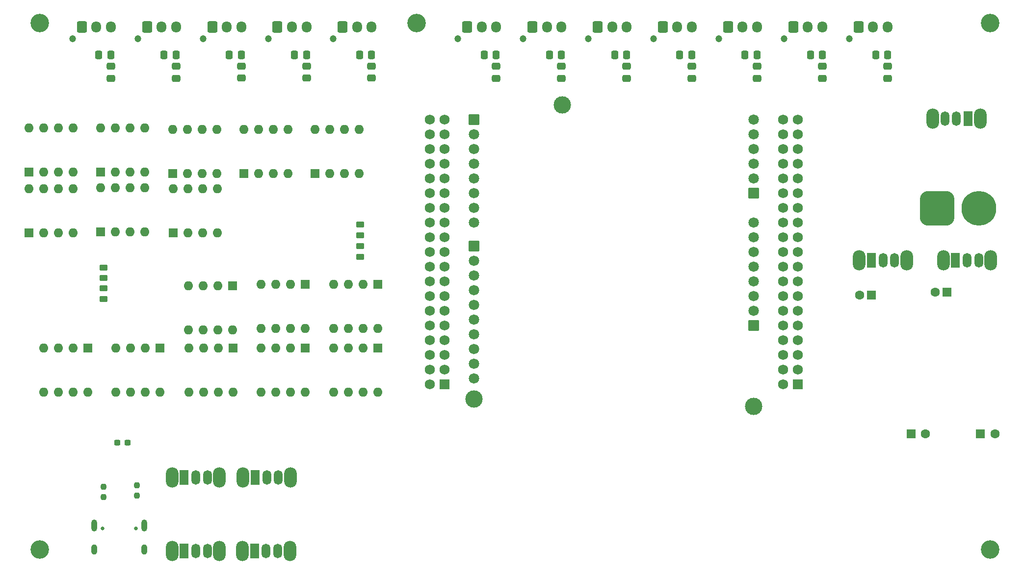
<source format=gbr>
%TF.GenerationSoftware,KiCad,Pcbnew,8.0.5*%
%TF.CreationDate,2024-10-01T19:03:58-07:00*%
%TF.ProjectId,MRIRobot_PCB,4d524952-6f62-46f7-945f-5043422e6b69,rev?*%
%TF.SameCoordinates,Original*%
%TF.FileFunction,Soldermask,Bot*%
%TF.FilePolarity,Negative*%
%FSLAX46Y46*%
G04 Gerber Fmt 4.6, Leading zero omitted, Abs format (unit mm)*
G04 Created by KiCad (PCBNEW 8.0.5) date 2024-10-01 19:03:58*
%MOMM*%
%LPD*%
G01*
G04 APERTURE LIST*
G04 Aperture macros list*
%AMRoundRect*
0 Rectangle with rounded corners*
0 $1 Rounding radius*
0 $2 $3 $4 $5 $6 $7 $8 $9 X,Y pos of 4 corners*
0 Add a 4 corners polygon primitive as box body*
4,1,4,$2,$3,$4,$5,$6,$7,$8,$9,$2,$3,0*
0 Add four circle primitives for the rounded corners*
1,1,$1+$1,$2,$3*
1,1,$1+$1,$4,$5*
1,1,$1+$1,$6,$7*
1,1,$1+$1,$8,$9*
0 Add four rect primitives between the rounded corners*
20,1,$1+$1,$2,$3,$4,$5,0*
20,1,$1+$1,$4,$5,$6,$7,0*
20,1,$1+$1,$6,$7,$8,$9,0*
20,1,$1+$1,$8,$9,$2,$3,0*%
G04 Aperture macros list end*
%ADD10C,1.200000*%
%ADD11RoundRect,0.250000X-0.600000X-0.725000X0.600000X-0.725000X0.600000X0.725000X-0.600000X0.725000X0*%
%ADD12O,1.700000X1.950000*%
%ADD13R,1.600000X1.600000*%
%ADD14O,1.600000X1.600000*%
%ADD15O,2.200000X3.500000*%
%ADD16R,1.500000X2.500000*%
%ADD17O,1.500000X2.500000*%
%ADD18C,1.600000*%
%ADD19C,3.200000*%
%ADD20C,3.000000*%
%ADD21RoundRect,0.102000X0.802500X0.802500X-0.802500X0.802500X-0.802500X-0.802500X0.802500X-0.802500X0*%
%ADD22C,1.809000*%
%ADD23RoundRect,0.102000X0.765000X0.765000X-0.765000X0.765000X-0.765000X-0.765000X0.765000X-0.765000X0*%
%ADD24C,1.734000*%
%ADD25RoundRect,1.500000X-1.500000X-1.500000X1.500000X-1.500000X1.500000X1.500000X-1.500000X1.500000X0*%
%ADD26C,6.000000*%
%ADD27C,0.650000*%
%ADD28O,1.000000X2.100000*%
%ADD29O,1.000000X1.800000*%
%ADD30RoundRect,0.250000X0.475000X-0.337500X0.475000X0.337500X-0.475000X0.337500X-0.475000X-0.337500X0*%
%ADD31RoundRect,0.250000X0.337500X0.475000X-0.337500X0.475000X-0.337500X-0.475000X0.337500X-0.475000X0*%
%ADD32RoundRect,0.237500X0.237500X-0.250000X0.237500X0.250000X-0.237500X0.250000X-0.237500X-0.250000X0*%
%ADD33RoundRect,0.250000X-0.450000X0.262500X-0.450000X-0.262500X0.450000X-0.262500X0.450000X0.262500X0*%
%ADD34RoundRect,0.237500X-0.300000X-0.237500X0.300000X-0.237500X0.300000X0.237500X-0.300000X0.237500X0*%
%ADD35RoundRect,0.250000X0.450000X-0.262500X0.450000X0.262500X-0.450000X0.262500X-0.450000X-0.262500X0*%
G04 APERTURE END LIST*
D10*
%TO.C,J3*%
X86150000Y-74750000D03*
D11*
X87750000Y-72750000D03*
D12*
X90250000Y-72750000D03*
X92750000Y-72750000D03*
%TD*%
D13*
%TO.C,U18*%
X80950000Y-98050000D03*
D14*
X83490000Y-98050000D03*
X86030000Y-98050000D03*
X88570000Y-98050000D03*
X88570000Y-90430000D03*
X86030000Y-90430000D03*
X83490000Y-90430000D03*
X80950000Y-90430000D03*
%TD*%
D13*
%TO.C,U13*%
X116300000Y-128200000D03*
D14*
X113760000Y-128200000D03*
X111220000Y-128200000D03*
X108680000Y-128200000D03*
X108680000Y-135820000D03*
X111220000Y-135820000D03*
X113760000Y-135820000D03*
X116300000Y-135820000D03*
%TD*%
D15*
%TO.C,SW4*%
X80800000Y-150500000D03*
X89000000Y-150500000D03*
D16*
X82900000Y-150500000D03*
D17*
X84900000Y-150500000D03*
X86900000Y-150500000D03*
%TD*%
D13*
%TO.C,U14*%
X116300000Y-117200000D03*
D14*
X113760000Y-117200000D03*
X111220000Y-117200000D03*
X108680000Y-117200000D03*
X108680000Y-124820000D03*
X111220000Y-124820000D03*
X113760000Y-124820000D03*
X116300000Y-124820000D03*
%TD*%
D15*
%TO.C,SW2*%
X213900000Y-113000000D03*
X222100000Y-113000000D03*
D16*
X216000000Y-113000000D03*
D17*
X218000000Y-113000000D03*
X220000000Y-113000000D03*
%TD*%
D13*
%TO.C,U10*%
X91300000Y-128200000D03*
D14*
X88760000Y-128200000D03*
X86220000Y-128200000D03*
X83680000Y-128200000D03*
X83680000Y-135820000D03*
X86220000Y-135820000D03*
X88760000Y-135820000D03*
X91300000Y-135820000D03*
%TD*%
D15*
%TO.C,SW7*%
X220250000Y-88500000D03*
X212050000Y-88500000D03*
D16*
X218150000Y-88500000D03*
D17*
X216150000Y-88500000D03*
X214150000Y-88500000D03*
%TD*%
D13*
%TO.C,C11*%
X220317621Y-143000000D03*
D18*
X222817621Y-143000000D03*
%TD*%
D13*
%TO.C,C3*%
X214500000Y-118500000D03*
D18*
X212500000Y-118500000D03*
%TD*%
D10*
%TO.C,J2*%
X74900000Y-74750000D03*
D11*
X76500000Y-72750000D03*
D12*
X79000000Y-72750000D03*
X81500000Y-72750000D03*
%TD*%
D15*
%TO.C,SW3*%
X93050000Y-150500000D03*
X101250000Y-150500000D03*
D16*
X95150000Y-150500000D03*
D17*
X97150000Y-150500000D03*
X99150000Y-150500000D03*
%TD*%
D13*
%TO.C,U8*%
X78750000Y-128130000D03*
D14*
X76210000Y-128130000D03*
X73670000Y-128130000D03*
X71130000Y-128130000D03*
X71130000Y-135750000D03*
X73670000Y-135750000D03*
X76210000Y-135750000D03*
X78750000Y-135750000D03*
%TD*%
D19*
%TO.C,H5*%
X123000000Y-72000000D03*
%TD*%
D20*
%TO.C,U1*%
X181130000Y-138270000D03*
X148110000Y-86200000D03*
X132870000Y-137000000D03*
D21*
X132870000Y-110580000D03*
D22*
X132870000Y-113120000D03*
X132870000Y-115660000D03*
X132870000Y-118200000D03*
X132870000Y-120740000D03*
X132870000Y-123280000D03*
X132870000Y-125820000D03*
X132870000Y-128360000D03*
X132870000Y-130900000D03*
X132870000Y-133440000D03*
D21*
X181130000Y-124300000D03*
D22*
X181130000Y-121760000D03*
X181130000Y-119220000D03*
X181130000Y-116680000D03*
X181130000Y-114140000D03*
X181130000Y-111600000D03*
X181130000Y-109060000D03*
X181130000Y-106520000D03*
D23*
X188750000Y-134460000D03*
D24*
X186210000Y-134460000D03*
X188750000Y-131920000D03*
X186210000Y-131920000D03*
X188750000Y-129380000D03*
X186210000Y-129380000D03*
X188750000Y-126840000D03*
X186210000Y-126840000D03*
X188750000Y-124300000D03*
X186210000Y-124300000D03*
X188750000Y-121760000D03*
X186210000Y-121760000D03*
X188750000Y-119220000D03*
X186210000Y-119220000D03*
X188750000Y-116680000D03*
X186210000Y-116680000D03*
X188750000Y-114140000D03*
X186210000Y-114140000D03*
X188750000Y-111600000D03*
X186210000Y-111600000D03*
X188750000Y-109060000D03*
X186210000Y-109060000D03*
X188750000Y-106520000D03*
X186210000Y-106520000D03*
X188750000Y-103980000D03*
X186210000Y-103980000D03*
X188750000Y-101440000D03*
X186210000Y-101440000D03*
X188750000Y-98900000D03*
X186210000Y-98900000D03*
X188750000Y-96360000D03*
X186210000Y-96360000D03*
X188750000Y-93820000D03*
X186210000Y-93820000D03*
X188750000Y-91280000D03*
X186210000Y-91280000D03*
X188750000Y-88740000D03*
X186210000Y-88740000D03*
D21*
X181130000Y-101440000D03*
D22*
X181130000Y-98900000D03*
X181130000Y-96360000D03*
X181130000Y-93820000D03*
X181130000Y-91280000D03*
X181130000Y-88740000D03*
D21*
X132870000Y-88740000D03*
D22*
X132870000Y-91280000D03*
X132870000Y-93820000D03*
X132870000Y-96360000D03*
X132870000Y-98900000D03*
X132870000Y-101440000D03*
X132870000Y-103980000D03*
X132870000Y-106520000D03*
D23*
X127790000Y-134460000D03*
D24*
X125250000Y-134460000D03*
X127790000Y-131920000D03*
X125250000Y-131920000D03*
X127790000Y-129380000D03*
X125250000Y-129380000D03*
X127790000Y-126840000D03*
X125250000Y-126840000D03*
X127790000Y-124300000D03*
X125250000Y-124300000D03*
X127790000Y-121760000D03*
X125250000Y-121760000D03*
X127790000Y-119220000D03*
X125250000Y-119220000D03*
X127790000Y-116680000D03*
X125250000Y-116680000D03*
X127790000Y-114140000D03*
X125250000Y-114140000D03*
X127790000Y-111600000D03*
X125250000Y-111600000D03*
X127790000Y-109060000D03*
X125250000Y-109060000D03*
X127790000Y-106520000D03*
X125250000Y-106520000D03*
X127790000Y-103980000D03*
X125250000Y-103980000D03*
X127790000Y-101440000D03*
X125250000Y-101440000D03*
X127790000Y-98900000D03*
X125250000Y-98900000D03*
X127790000Y-96360000D03*
X125250000Y-96360000D03*
X127790000Y-93820000D03*
X125250000Y-93820000D03*
X127790000Y-91280000D03*
X125250000Y-91280000D03*
X127790000Y-88740000D03*
X125250000Y-88740000D03*
%TD*%
D13*
%TO.C,U15*%
X105450000Y-98050000D03*
D14*
X107990000Y-98050000D03*
X110530000Y-98050000D03*
X113070000Y-98050000D03*
X113070000Y-90430000D03*
X110530000Y-90430000D03*
X107990000Y-90430000D03*
X105450000Y-90430000D03*
%TD*%
D13*
%TO.C,C10*%
X208317621Y-143000000D03*
D18*
X210817621Y-143000000D03*
%TD*%
D13*
%TO.C,U20*%
X68500000Y-97750000D03*
D14*
X71040000Y-97750000D03*
X73580000Y-97750000D03*
X76120000Y-97750000D03*
X76120000Y-90130000D03*
X73580000Y-90130000D03*
X71040000Y-90130000D03*
X68500000Y-90130000D03*
%TD*%
D13*
%TO.C,U21*%
X56130000Y-97750000D03*
D14*
X58670000Y-97750000D03*
X61210000Y-97750000D03*
X63750000Y-97750000D03*
X63750000Y-90130000D03*
X61210000Y-90130000D03*
X58670000Y-90130000D03*
X56130000Y-90130000D03*
%TD*%
D25*
%TO.C,J9*%
X212800000Y-104000000D03*
D26*
X220000000Y-104000000D03*
%TD*%
D10*
%TO.C,J1*%
X63650000Y-74750000D03*
D11*
X65250000Y-72750000D03*
D12*
X67750000Y-72750000D03*
X70250000Y-72750000D03*
%TD*%
D10*
%TO.C,J12*%
X175150000Y-74750000D03*
D11*
X176750000Y-72750000D03*
D12*
X179250000Y-72750000D03*
X181750000Y-72750000D03*
%TD*%
D19*
%TO.C,H1*%
X58000000Y-163000000D03*
%TD*%
D10*
%TO.C,J7*%
X130150000Y-74750000D03*
D11*
X131750000Y-72750000D03*
D12*
X134250000Y-72750000D03*
X136750000Y-72750000D03*
%TD*%
D10*
%TO.C,J13*%
X186400000Y-74750000D03*
D11*
X188000000Y-72750000D03*
D12*
X190500000Y-72750000D03*
X193000000Y-72750000D03*
%TD*%
D13*
%TO.C,U22*%
X56130000Y-108250000D03*
D14*
X58670000Y-108250000D03*
X61210000Y-108250000D03*
X63750000Y-108250000D03*
X63750000Y-100630000D03*
X61210000Y-100630000D03*
X58670000Y-100630000D03*
X56130000Y-100630000D03*
%TD*%
D19*
%TO.C,H4*%
X58000000Y-72000000D03*
%TD*%
D13*
%TO.C,U16*%
X93200000Y-98050000D03*
D14*
X95740000Y-98050000D03*
X98280000Y-98050000D03*
X100820000Y-98050000D03*
X100820000Y-90430000D03*
X98280000Y-90430000D03*
X95740000Y-90430000D03*
X93200000Y-90430000D03*
%TD*%
D19*
%TO.C,H6*%
X222000000Y-72000000D03*
%TD*%
D10*
%TO.C,J8*%
X141400000Y-74750000D03*
D11*
X143000000Y-72750000D03*
D12*
X145500000Y-72750000D03*
X148000000Y-72750000D03*
%TD*%
D15*
%TO.C,SW6*%
X80800000Y-163250000D03*
X89000000Y-163250000D03*
D16*
X82900000Y-163250000D03*
D17*
X84900000Y-163250000D03*
X86900000Y-163250000D03*
%TD*%
D13*
%TO.C,U12*%
X103800000Y-128200000D03*
D14*
X101260000Y-128200000D03*
X98720000Y-128200000D03*
X96180000Y-128200000D03*
X96180000Y-135820000D03*
X98720000Y-135820000D03*
X101260000Y-135820000D03*
X103800000Y-135820000D03*
%TD*%
D27*
%TO.C,J4*%
X68790000Y-159320000D03*
X74570000Y-159320000D03*
D28*
X67360000Y-158820000D03*
D29*
X67360000Y-163000000D03*
D28*
X76000000Y-158820000D03*
D29*
X76000000Y-163000000D03*
%TD*%
D13*
%TO.C,C2*%
X201500000Y-119000000D03*
D18*
X199500000Y-119000000D03*
%TD*%
D10*
%TO.C,J6*%
X108650000Y-74750000D03*
D11*
X110250000Y-72750000D03*
D12*
X112750000Y-72750000D03*
X115250000Y-72750000D03*
%TD*%
D10*
%TO.C,J11*%
X163900000Y-74750000D03*
D11*
X165500000Y-72750000D03*
D12*
X168000000Y-72750000D03*
X170500000Y-72750000D03*
%TD*%
D15*
%TO.C,SW5*%
X92950000Y-163202500D03*
X101150000Y-163202500D03*
D16*
X95050000Y-163202500D03*
D17*
X97050000Y-163202500D03*
X99050000Y-163202500D03*
%TD*%
D19*
%TO.C,H3*%
X222000000Y-163000000D03*
%TD*%
D13*
%TO.C,U11*%
X103800000Y-117200000D03*
D14*
X101260000Y-117200000D03*
X98720000Y-117200000D03*
X96180000Y-117200000D03*
X96180000Y-124820000D03*
X98720000Y-124820000D03*
X101260000Y-124820000D03*
X103800000Y-124820000D03*
%TD*%
D10*
%TO.C,J5*%
X97400000Y-74750000D03*
D11*
X99000000Y-72750000D03*
D12*
X101500000Y-72750000D03*
X104000000Y-72750000D03*
%TD*%
D13*
%TO.C,U17*%
X81000000Y-108300000D03*
D14*
X83540000Y-108300000D03*
X86080000Y-108300000D03*
X88620000Y-108300000D03*
X88620000Y-100680000D03*
X86080000Y-100680000D03*
X83540000Y-100680000D03*
X81000000Y-100680000D03*
%TD*%
D13*
%TO.C,U19*%
X68500000Y-108120000D03*
D14*
X71040000Y-108120000D03*
X73580000Y-108120000D03*
X76120000Y-108120000D03*
X76120000Y-100500000D03*
X73580000Y-100500000D03*
X71040000Y-100500000D03*
X68500000Y-100500000D03*
%TD*%
D15*
%TO.C,SW1*%
X199400000Y-113000000D03*
X207600000Y-113000000D03*
D16*
X201500000Y-113000000D03*
D17*
X203500000Y-113000000D03*
X205500000Y-113000000D03*
%TD*%
D10*
%TO.C,J10*%
X152650000Y-74750000D03*
D11*
X154250000Y-72750000D03*
D12*
X156750000Y-72750000D03*
X159250000Y-72750000D03*
%TD*%
D13*
%TO.C,U9*%
X91250000Y-117380000D03*
D14*
X88710000Y-117380000D03*
X86170000Y-117380000D03*
X83630000Y-117380000D03*
X83630000Y-125000000D03*
X86170000Y-125000000D03*
X88710000Y-125000000D03*
X91250000Y-125000000D03*
%TD*%
D13*
%TO.C,U7*%
X66300000Y-128200000D03*
D14*
X63760000Y-128200000D03*
X61220000Y-128200000D03*
X58680000Y-128200000D03*
X58680000Y-135820000D03*
X61220000Y-135820000D03*
X63760000Y-135820000D03*
X66300000Y-135820000D03*
%TD*%
D10*
%TO.C,J14*%
X197650000Y-74750000D03*
D11*
X199250000Y-72750000D03*
D12*
X201750000Y-72750000D03*
X204250000Y-72750000D03*
%TD*%
D30*
%TO.C,R11*%
X136750000Y-81575000D03*
X136750000Y-79500000D03*
%TD*%
D31*
%TO.C,C6*%
X70250000Y-77500000D03*
X68175000Y-77500000D03*
%TD*%
D30*
%TO.C,R10*%
X115250000Y-81537500D03*
X115250000Y-79462500D03*
%TD*%
%TO.C,R19*%
X204250000Y-81575000D03*
X204250000Y-79500000D03*
%TD*%
D31*
%TO.C,C14*%
X115250000Y-77500000D03*
X113175000Y-77500000D03*
%TD*%
%TO.C,C19*%
X181750000Y-77500000D03*
X179675000Y-77500000D03*
%TD*%
D32*
%TO.C,R13*%
X74750000Y-153662500D03*
X74750000Y-151837500D03*
%TD*%
D33*
%TO.C,R2*%
X69000000Y-114250000D03*
X69000000Y-116075000D03*
%TD*%
D30*
%TO.C,R12*%
X148000000Y-81575000D03*
X148000000Y-79500000D03*
%TD*%
D31*
%TO.C,C12*%
X92750000Y-77500000D03*
X90675000Y-77500000D03*
%TD*%
%TO.C,C16*%
X148000000Y-77500000D03*
X145925000Y-77500000D03*
%TD*%
D34*
%TO.C,C1*%
X71387500Y-144500000D03*
X73112500Y-144500000D03*
%TD*%
D35*
%TO.C,R3*%
X113250000Y-112412500D03*
X113250000Y-110587500D03*
%TD*%
D31*
%TO.C,C13*%
X104000000Y-77500000D03*
X101925000Y-77500000D03*
%TD*%
%TO.C,C18*%
X170500000Y-77500000D03*
X168425000Y-77500000D03*
%TD*%
D30*
%TO.C,R15*%
X159250000Y-81575000D03*
X159250000Y-79500000D03*
%TD*%
D33*
%TO.C,R4*%
X113250000Y-106837500D03*
X113250000Y-108662500D03*
%TD*%
D31*
%TO.C,C15*%
X136750000Y-77500000D03*
X134675000Y-77500000D03*
%TD*%
D35*
%TO.C,R1*%
X69000000Y-119662500D03*
X69000000Y-117837500D03*
%TD*%
D30*
%TO.C,R18*%
X193000000Y-81575000D03*
X193000000Y-79500000D03*
%TD*%
%TO.C,R8*%
X92750000Y-81537500D03*
X92750000Y-79462500D03*
%TD*%
D31*
%TO.C,C21*%
X204287500Y-77500000D03*
X202212500Y-77500000D03*
%TD*%
D30*
%TO.C,R17*%
X181750000Y-81575000D03*
X181750000Y-79500000D03*
%TD*%
D31*
%TO.C,C20*%
X193037500Y-77500000D03*
X190962500Y-77500000D03*
%TD*%
D30*
%TO.C,R7*%
X81500000Y-81575000D03*
X81500000Y-79500000D03*
%TD*%
D31*
%TO.C,C17*%
X159250000Y-77500000D03*
X157175000Y-77500000D03*
%TD*%
D30*
%TO.C,R9*%
X104000000Y-81537500D03*
X104000000Y-79462500D03*
%TD*%
%TO.C,R16*%
X170500000Y-81575000D03*
X170500000Y-79500000D03*
%TD*%
D32*
%TO.C,R14*%
X69000000Y-153912500D03*
X69000000Y-152087500D03*
%TD*%
D31*
%TO.C,C7*%
X81500000Y-77500000D03*
X79425000Y-77500000D03*
%TD*%
D30*
%TO.C,R54*%
X70250000Y-81575000D03*
X70250000Y-79500000D03*
%TD*%
M02*

</source>
